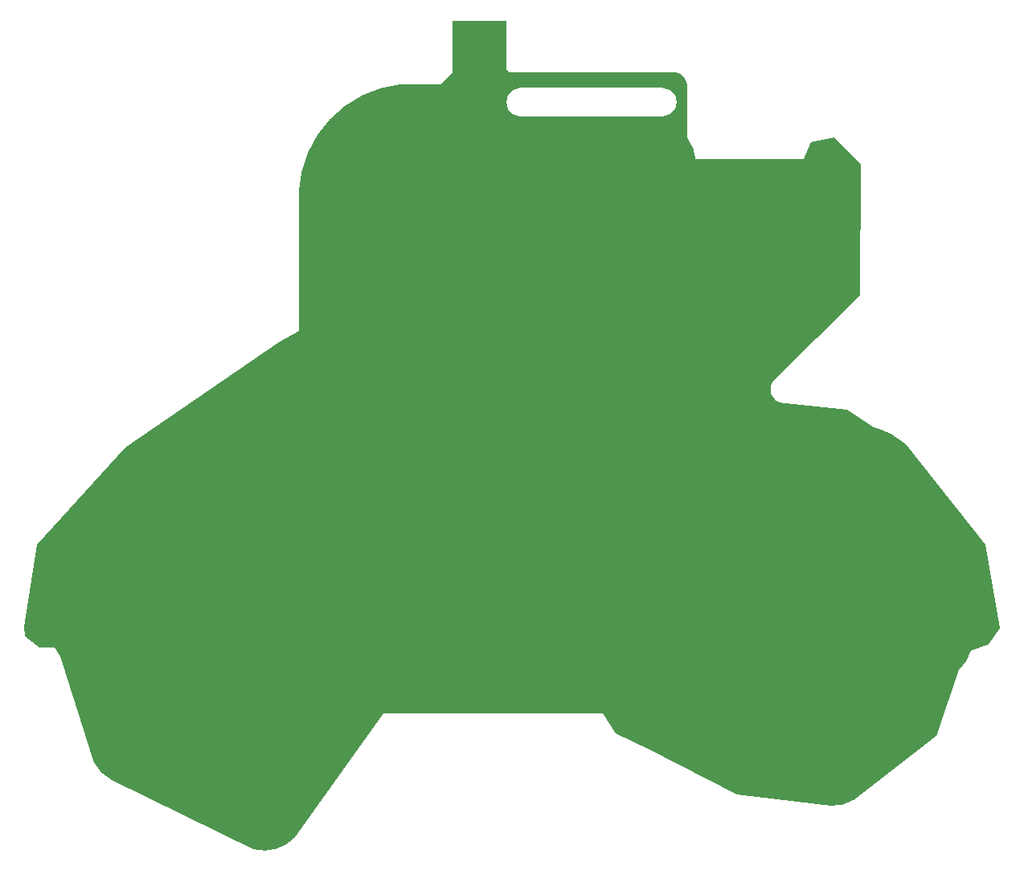
<source format=gbr>
%TF.GenerationSoftware,Novarm,DipTrace,3.0.0.2*%
%TF.CreationDate,2017-10-23T18:11:10+01:00*%
%FSLAX35Y35*%
%MOMM*%
%TF.FileFunction,Drawing,Board polygon*%
%TF.Part,Single*%
G75*
G01*
%LPD*%
G36*
X7583500Y2063272D2*
X7232687Y2238739D1*
X7094193Y2443179D1*
X4782693D1*
X4513500Y2063272D1*
X3853500Y1143272D1*
G02X3413000Y1013929I-329375J306971D01*
G01*
X1920750Y1744179D1*
G02X1730250Y1934679I174625J365125D01*
G01*
X1381000Y3045929D1*
X1317500Y3141179D1*
X1158750D1*
X1003500Y3263272D1*
X1000000Y3363429D1*
X1133500Y4223272D1*
X2067500Y5245272D1*
X3682500Y6359272D1*
X3889250Y6474929D1*
Y6760679D1*
Y6982929D1*
Y7205179D1*
Y7935429D1*
G02X4968750Y9078429I1204402J-56227D01*
G01*
X5381500D1*
X5508500Y9205429D1*
Y9745179D1*
X6080000D1*
Y9237179D1*
X6111750Y9205429D1*
X7858000D1*
G02X7985000Y9046679I-38554J-161018D01*
G01*
Y8824429D1*
Y8506929D1*
G02X8071263Y8285199I-327187J-254936D01*
G01*
X9064500Y8284679D1*
X9212610Y8284519D1*
X9287060Y8468959D1*
X9532417Y8512952D1*
X9806783Y8231149D1*
X9799213Y6849976D1*
X8895470Y5958756D1*
G03X8994807Y5717106I104888J-98125D01*
G01*
X9663500Y5643272D1*
X9943500Y5463272D1*
X10033500Y5433272D1*
X10143500Y5383272D1*
X10203500Y5343272D1*
X10283500Y5283272D1*
X11123500Y4223272D1*
X11273500Y3343272D1*
X11153500Y3173272D1*
X10969500Y3109429D1*
G02X10843500Y2903272I-394970J99817D01*
G01*
X10603500Y2213272D1*
X9733500Y1533272D1*
G02X9493500Y1473272I-213125J342500D01*
G01*
X8503500Y1593272D1*
X7583500Y2063272D1*
G37*
%LPC*%
G36*
X7723633Y9039922D2*
X6223633D1*
X6148633Y9019826D1*
X6093730Y8964919D1*
X6073633Y8889919D1*
X6093730Y8814919D1*
X6148637Y8760016D1*
X6223637Y8739919D1*
X7723633Y8739922D1*
X7798633Y8760019D1*
X7853537Y8814919D1*
X7873633Y8889919D1*
X7853537Y8964919D1*
X7798637Y9019822D1*
X7723637Y9039919D1*
G37*
M02*

</source>
